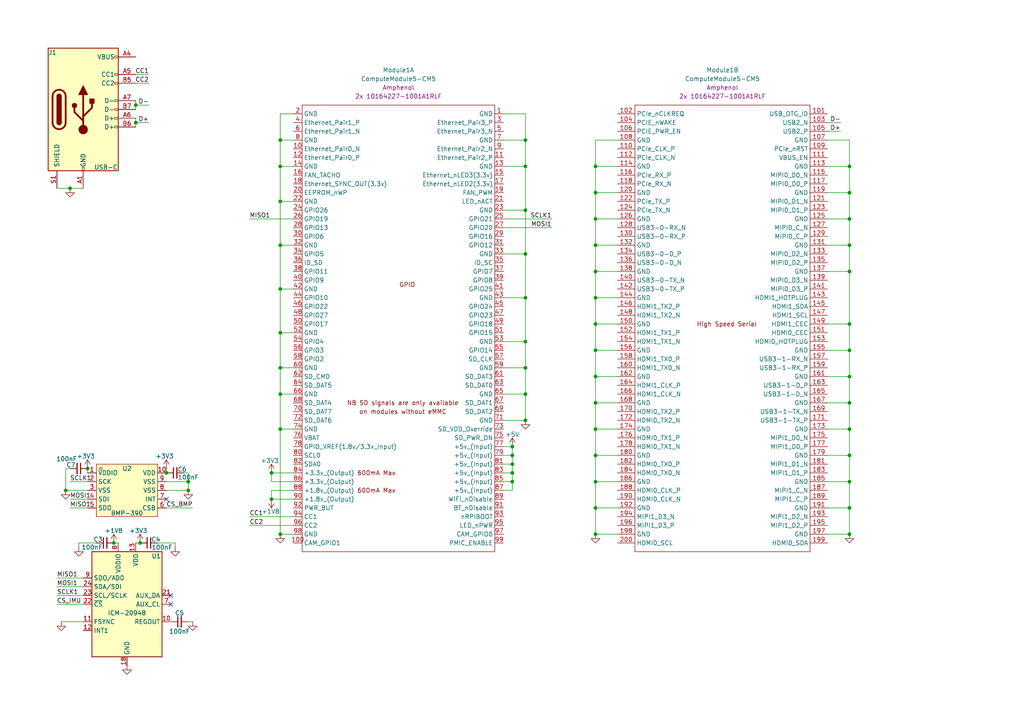
<source format=kicad_sch>
(kicad_sch (version 20250114) (generator "eeschema") (generator_version "9.0")
  (paper "A4")
  (title_block (title "VikramSat Avionics Board") (date "18 July 2025") (rev "v0.1") (company "Astralis"))
  (lib_symbols
    (symbol "Connector:USB_C_Receptacle_USB2.0_14P" (pin_names (offset 1.016))
      (property "Reference" "J" (at 0 22.225 0))
      (property "Value" "USB_C_Receptacle_USB2.0_14P" (at 0 19.685 0))
      (symbol "USB_C_Receptacle_USB2.0_14P_0_0"
        (rectangle (start -0.254 -17.78) (end 0.254 -16.764))
        (rectangle (start 10.16 15.494) (end 9.144 14.986))
        (rectangle (start 10.16 10.414) (end 9.144 9.906))
        (rectangle (start 10.16 7.874) (end 9.144 7.366))
        (rectangle (start 10.16 2.794) (end 9.144 2.286))
        (rectangle (start 10.16 0.254) (end 9.144 -0.254))
        (rectangle (start 10.16 -2.286) (end 9.144 -2.794))
        (rectangle (start 10.16 -4.826) (end 9.144 -5.334))
      )
      (symbol "USB_C_Receptacle_USB2.0_14P_0_1"
        (rectangle (start -10.16 17.78) (end 10.16 -17.78) (stroke (width 0.254)) (fill (type background)))
        (polyline (pts (xy -8.89 -3.81) (xy -8.89 3.81)) (stroke (width 0.508)))
        (rectangle (start -7.62 -3.81) (end -6.35 3.81) (stroke (width 0.254)) (fill (type outline)))
        (arc (start -7.62 3.81) (mid -6.985 4.4423) (end -6.35 3.81) (stroke (width 0.254)))
        (arc (start -7.62 3.81) (mid -6.985 4.4423) (end -6.35 3.81) (stroke (width 0.254)) (fill (type outline)))
        (arc (start -8.89 3.81) (mid -6.985 5.7067) (end -5.08 3.81) (stroke (width 0.508)))
        (arc (start -5.08 -3.81) (mid -6.985 -5.7067) (end -8.89 -3.81) (stroke (width 0.508)))
        (arc (start -6.35 -3.81) (mid -6.985 -4.4423) (end -7.62 -3.81) (stroke (width 0.254)))
        (arc (start -6.35 -3.81) (mid -6.985 -4.4423) (end -7.62 -3.81) (stroke (width 0.254)) (fill (type outline)))
        (polyline (pts (xy -5.08 3.81) (xy -5.08 -3.81)) (stroke (width 0.508)))
        (circle (center -2.54 1.143) (radius 0.635) (stroke (width 0.254)) (fill (type outline)))
        (polyline (pts (xy -1.27 4.318) (xy 0 6.858) (xy 1.27 4.318) (xy -1.27 4.318)) (stroke (width 0.254)) (fill (type outline)))
        (polyline (pts (xy 0 -2.032) (xy 2.54 0.508) (xy 2.54 1.778)) (stroke (width 0.508)))
        (polyline (pts (xy 0 -3.302) (xy -2.54 -0.762) (xy -2.54 0.508)) (stroke (width 0.508)))
        (polyline (pts (xy 0 -5.842) (xy 0 4.318)) (stroke (width 0.508)))
        (circle (center 0 -5.842) (radius 1.27) (fill (type outline)))
        (rectangle (start 1.905 1.778) (end 3.175 3.048) (stroke (width 0.254)) (fill (type outline)))
      )
      (symbol "USB_C_Receptacle_USB2.0_14P_1_1"
        (pin passive line (at -7.62 -22.86 90) (length 5.08) (name "SHIELD") (number "S1"))
        (pin passive line (at 0 -22.86 90) (length 5.08) (name "GND") (number "A1"))
        (pin passive line (at 0 -22.86 90) (length 5.08) (hide yes) (name "GND") (number "A12"))
        (pin passive line (at 0 -22.86 90) (length 5.08) (hide yes) (name "GND") (number "B1"))
        (pin passive line (at 0 -22.86 90) (length 5.08) (hide yes) (name "GND") (number "B12"))
        (pin passive line (at 15.24 15.24 180) (length 5.08) (name "VBUS") (number "A4"))
        (pin passive line (at 15.24 15.24 180) (length 5.08) (hide yes) (name "VBUS") (number "A9"))
        (pin passive line (at 15.24 15.24 180) (length 5.08) (hide yes) (name "VBUS") (number "B4"))
        (pin passive line (at 15.24 15.24 180) (length 5.08) (hide yes) (name "VBUS") (number "B9"))
        (pin bidirectional line (at 15.24 10.16 180) (length 5.08) (name "CC1") (number "A5"))
        (pin bidirectional line (at 15.24 7.62 180) (length 5.08) (name "CC2") (number "B5"))
        (pin bidirectional line (at 15.24 2.54 180) (length 5.08) (name "D-") (number "A7"))
        (pin bidirectional line (at 15.24 0 180) (length 5.08) (name "D-") (number "B7"))
        (pin bidirectional line (at 15.24 -2.54 180) (length 5.08) (name "D+") (number "A6"))
        (pin bidirectional line (at 15.24 -5.08 180) (length 5.08) (name "D+") (number "B6"))
      )
    )
    (symbol "Device:C_Small" (pin_numbers (hide yes)) (pin_names (offset 0.254) (hide yes))
      (property "Reference" "C" (at 0.254 1.778 0))
      (property "Value" "C_Small" (at 0.254 -2.032 0))
      (symbol "C_Small_0_1"
        (polyline (pts (xy -1.524 0.508) (xy 1.524 0.508)) (stroke (width 0.3048)))
        (polyline (pts (xy -1.524 -0.508) (xy 1.524 -0.508)) (stroke (width 0.3302)))
      )
      (symbol "C_Small_1_1"
        (pin passive line (at 0 2.54 270) (length 2.032) (name "~") (number "1"))
        (pin passive line (at 0 -2.54 90) (length 2.032) (name "~") (number "2"))
      )
    )
    (symbol "RPi-CM5:ComputeModule5-CM5"
      (property "Reference" "Module" (at 113.03 -68.58 0))
      (property "Value" "ComputeModule5-CM5" (at 140.97 2.54 0))
      (property "Field4" "Amphenol" (at 0 0 0))
      (property "Field5" "2x 10164227-1001A1RLF" (at 0 -2.54 0))
      (symbol "ComputeModule5-CM5_1_0"
        (text "GPIO" (at 0 6.35 0) (effects (font (size 1.27 1.27))))
      )
      (symbol "ComputeModule5-CM5_1_1"
        (rectangle (start -30.48 -71.12) (end 25.4 58.42))
        (text "600mA Max" (at -8.89 -48.26 0) (effects (font (size 1.27 1.27))))
        (text "600mA Max" (at -8.89 -53.34 0) (effects (font (size 1.27 1.27))))
        (text "NB SD signals are only available" (at -1.27 -27.94 0) (effects (font (size 1.27 1.27))))
        (text "on modules without eMMC" (at -1.27 -30.48 0) (effects (font (size 1.27 1.27))))
        (pin power_in line (at -33.02 55.88 0) (length 2.54) (name "GND") (number "2"))
        (pin passive line (at -33.02 53.34 0) (length 2.54) (name "Ethernet_Pair1_P") (number "4"))
        (pin passive line (at -33.02 50.8 0) (length 2.54) (name "Ethernet_Pair1_N") (number "6"))
        (pin power_in line (at -33.02 48.26 0) (length 2.54) (name "GND") (number "8"))
        (pin passive line (at -33.02 45.72 0) (length 2.54) (name "Ethernet_Pair0_N") (number "10"))
        (pin passive line (at -33.02 43.18 0) (length 2.54) (name "Ethernet_Pair0_P") (number "12"))
        (pin power_in line (at -33.02 40.64 0) (length 2.54) (name "GND") (number "14"))
        (pin input line (at -33.02 38.1 0) (length 2.54) (name "FAN_TACHO") (number "16"))
        (pin input line (at -33.02 35.56 0) (length 2.54) (name "Ethernet_SYNC_OUT(3.3v)") (number "18"))
        (pin passive line (at -33.02 33.02 0) (length 2.54) (name "EEPROM_nWP") (number "20"))
        (pin power_in line (at -33.02 30.48 0) (length 2.54) (name "GND") (number "22"))
        (pin passive line (at -33.02 27.94 0) (length 2.54) (name "GPIO26") (number "24"))
        (pin passive line (at -33.02 25.4 0) (length 2.54) (name "GPIO19") (number "26"))
        (pin passive line (at -33.02 22.86 0) (length 2.54) (name "GPIO13") (number "28"))
        (pin passive line (at -33.02 20.32 0) (length 2.54) (name "GPIO6") (number "30"))
        (pin power_in line (at -33.02 17.78 0) (length 2.54) (name "GND") (number "32"))
        (pin passive line (at -33.02 15.24 0) (length 2.54) (name "GPIO5") (number "34"))
        (pin passive line (at -33.02 12.7 0) (length 2.54) (name "ID_SD") (number "36"))
        (pin passive line (at -33.02 10.16 0) (length 2.54) (name "GPIO11") (number "38"))
        (pin passive line (at -33.02 7.62 0) (length 2.54) (name "GPIO9") (number "40"))
        (pin power_in line (at -33.02 5.08 0) (length 2.54) (name "GND") (number "42"))
        (pin passive line (at -33.02 2.54 0) (length 2.54) (name "GPIO10") (number "44"))
        (pin passive line (at -33.02 0 0) (length 2.54) (name "GPIO22") (number "46"))
        (pin passive line (at -33.02 -2.54 0) (length 2.54) (name "GPIO27") (number "48"))
        (pin passive line (at -33.02 -5.08 0) (length 2.54) (name "GPIO17") (number "50"))
        (pin power_in line (at -33.02 -7.62 0) (length 2.54) (name "GND") (number "52"))
        (pin passive line (at -33.02 -10.16 0) (length 2.54) (name "GPIO4") (number "54"))
        (pin passive line (at -33.02 -12.7 0) (length 2.54) (name "GPIO3") (number "56"))
        (pin passive line (at -33.02 -15.24 0) (length 2.54) (name "GPIO2") (number "58"))
        (pin power_in line (at -33.02 -17.78 0) (length 2.54) (name "GND") (number "60"))
        (pin passive line (at -33.02 -20.32 0) (length 2.54) (name "SD_CMD") (number "62"))
        (pin passive line (at -33.02 -22.86 0) (length 2.54) (name "SD_DAT5") (number "64"))
        (pin power_in line (at -33.02 -25.4 0) (length 2.54) (name "GND") (number "66"))
        (pin passive line (at -33.02 -27.94 0) (length 2.54) (name "SD_DAT4") (number "68"))
        (pin passive line (at -33.02 -30.48 0) (length 2.54) (name "SD_DAT7") (number "70"))
        (pin passive line (at -33.02 -33.02 0) (length 2.54) (name "SD_DAT6") (number "72"))
        (pin power_in line (at -33.02 -35.56 0) (length 2.54) (name "GND") (number "74"))
        (pin passive line (at -33.02 -38.1 0) (length 2.54) (name "VBAT") (number "76"))
        (pin power_in line (at -33.02 -40.64 0) (length 2.54) (name "GPIO_VREF(1.8v/3.3v_Input)") (number "78"))
        (pin passive line (at -33.02 -43.18 0) (length 2.54) (name "SCL0") (number "80"))
        (pin passive line (at -33.02 -45.72 0) (length 2.54) (name "SDA0") (number "82"))
        (pin power_out line (at -33.02 -48.26 0) (length 2.54) (name "+3.3v_(Output)") (number "84"))
        (pin passive line (at -33.02 -50.8 0) (length 2.54) (name "+3.3v_(Output)") (number "86"))
        (pin power_out line (at -33.02 -53.34 0) (length 2.54) (name "+1.8v_(Output)") (number "88"))
        (pin passive line (at -33.02 -55.88 0) (length 2.54) (name "+1.8v_(Output)") (number "90"))
        (pin passive line (at -33.02 -58.42 0) (length 2.54) (name "PWR_BUT") (number "92"))
        (pin passive line (at -33.02 -60.96 0) (length 2.54) (name "CC1") (number "94"))
        (pin passive line (at -33.02 -63.5 0) (length 2.54) (name "CC2") (number "96"))
        (pin power_in line (at -33.02 -66.04 0) (length 2.54) (name "GND") (number "98"))
        (pin passive line (at -33.02 -68.58 0) (length 2.54) (name "CAM_GPIO1") (number "100"))
        (pin power_in line (at 27.94 55.88 180) (length 2.54) (name "GND") (number "1"))
        (pin passive line (at 27.94 53.34 180) (length 2.54) (name "Ethernet_Pair3_P") (number "3"))
        (pin passive line (at 27.94 50.8 180) (length 2.54) (name "Ethernet_Pair3_N") (number "5"))
        (pin power_in line (at 27.94 48.26 180) (length 2.54) (name "GND") (number "7"))
        (pin passive line (at 27.94 45.72 180) (length 2.54) (name "Ethernet_Pair2_N") (number "9"))
        (pin passive line (at 27.94 43.18 180) (length 2.54) (name "Ethernet_Pair2_P") (number "11"))
        (pin power_in line (at 27.94 40.64 180) (length 2.54) (name "GND") (number "13"))
        (pin output line (at 27.94 38.1 180) (length 2.54) (name "Ethernet_nLED3(3.3v)") (number "15"))
        (pin output line (at 27.94 35.56 180) (length 2.54) (name "Ethernet_nLED2(3.3v)") (number "17"))
        (pin output line (at 27.94 33.02 180) (length 2.54) (name "FAN_PWM") (number "19"))
        (pin open_collector line (at 27.94 30.48 180) (length 2.54) (name "LED_nACT") (number "21"))
        (pin power_in line (at 27.94 27.94 180) (length 2.54) (name "GND") (number "23"))
        (pin passive line (at 27.94 25.4 180) (length 2.54) (name "GPIO21") (number "25"))
        (pin passive line (at 27.94 22.86 180) (length 2.54) (name "GPIO20") (number "27"))
        (pin passive line (at 27.94 20.32 180) (length 2.54) (name "GPIO16") (number "29"))
        (pin passive line (at 27.94 17.78 180) (length 2.54) (name "GPIO12") (number "31"))
        (pin power_in line (at 27.94 15.24 180) (length 2.54) (name "GND") (number "33"))
        (pin passive line (at 27.94 12.7 180) (length 2.54) (name "ID_SC") (number "35"))
        (pin passive line (at 27.94 10.16 180) (length 2.54) (name "GPIO7") (number "37"))
        (pin passive line (at 27.94 7.62 180) (length 2.54) (name "GPIO8") (number "39"))
        (pin passive line (at 27.94 5.08 180) (length 2.54) (name "GPIO25") (number "41"))
        (pin power_in line (at 27.94 2.54 180) (length 2.54) (name "GND") (number "43"))
        (pin passive line (at 27.94 0 180) (length 2.54) (name "GPIO24") (number "45"))
        (pin passive line (at 27.94 -2.54 180) (length 2.54) (name "GPIO23") (number "47"))
        (pin passive line (at 27.94 -5.08 180) (length 2.54) (name "GPIO18") (number "49"))
        (pin passive line (at 27.94 -7.62 180) (length 2.54) (name "GPIO15") (number "51"))
        (pin power_in line (at 27.94 -10.16 180) (length 2.54) (name "GND") (number "53"))
        (pin passive line (at 27.94 -12.7 180) (length 2.54) (name "GPIO14") (number "55"))
        (pin passive line (at 27.94 -15.24 180) (length 2.54) (name "SD_CLK") (number "57"))
        (pin power_in line (at 27.94 -17.78 180) (length 2.54) (name "GND") (number "59"))
        (pin passive line (at 27.94 -20.32 180) (length 2.54) (name "SD_DAT3") (number "61"))
        (pin passive line (at 27.94 -22.86 180) (length 2.54) (name "SD_DAT0") (number "63"))
        (pin power_in line (at 27.94 -25.4 180) (length 2.54) (name "GND") (number "65"))
        (pin passive line (at 27.94 -27.94 180) (length 2.54) (name "SD_DAT1") (number "67"))
        (pin passive line (at 27.94 -30.48 180) (length 2.54) (name "SD_DAT2") (number "69"))
        (pin power_in line (at 27.94 -33.02 180) (length 2.54) (name "GND") (number "71"))
        (pin input line (at 27.94 -35.56 180) (length 2.54) (name "SD_VDD_Override") (number "73"))
        (pin output line (at 27.94 -38.1 180) (length 2.54) (name "SD_PWR_ON") (number "75"))
        (pin power_in line (at 27.94 -40.64 180) (length 2.54) (name "+5v_(Input)") (number "77"))
        (pin power_in line (at 27.94 -43.18 180) (length 2.54) (name "+5v_(Input)") (number "79"))
        (pin power_in line (at 27.94 -45.72 180) (length 2.54) (name "+5v_(Input)") (number "81"))
        (pin power_in line (at 27.94 -48.26 180) (length 2.54) (name "+5v_(Input)") (number "83"))
        (pin power_in line (at 27.94 -50.8 180) (length 2.54) (name "+5v_(Input)") (number "85"))
        (pin power_in line (at 27.94 -53.34 180) (length 2.54) (name "+5v_(Input)") (number "87"))
        (pin input line (at 27.94 -55.88 180) (length 2.54) (name "WiFi_nDisable") (number "89"))
        (pin input line (at 27.94 -58.42 180) (length 2.54) (name "BT_nDisable") (number "91"))
        (pin input line (at 27.94 -60.96 180) (length 2.54) (name "nRPIBOOT") (number "93"))
        (pin output line (at 27.94 -63.5 180) (length 2.54) (name "LED_nPWR") (number "95"))
        (pin passive line (at 27.94 -66.04 180) (length 2.54) (name "CAM_GPIO0") (number "97"))
        (pin input line (at 27.94 -68.58 180) (length 2.54) (name "PMIC_ENABLE") (number "99"))
      )
      (symbol "ComputeModule5-CM5_2_1"
        (rectangle (start 114.3 -66.04) (end 165.1 63.5))
        (text "High Speed Serial" (at 140.97 0 0) (effects (font (size 1.27 1.27))))
        (pin input line (at 109.22 60.96 0) (length 5.08) (name "PCIe_nCLKREQ") (number "102"))
        (pin input line (at 109.22 58.42 0) (length 5.08) (name "PCIE_nWAKE") (number "104"))
        (pin output line (at 109.22 55.88 0) (length 5.08) (name "PCIE_PWR_EN") (number "106"))
        (pin power_in line (at 109.22 53.34 0) (length 5.08) (name "GND") (number "108"))
        (pin output line (at 109.22 50.8 0) (length 5.08) (name "PCIe_CLK_P") (number "110"))
        (pin output line (at 109.22 48.26 0) (length 5.08) (name "PCIe_CLK_N") (number "112"))
        (pin power_in line (at 109.22 45.72 0) (length 5.08) (name "GND") (number "114"))
        (pin input line (at 109.22 43.18 0) (length 5.08) (name "PCIe_RX_P") (number "116"))
        (pin input line (at 109.22 40.64 0) (length 5.08) (name "PCIe_RX_N") (number "118"))
        (pin power_in line (at 109.22 38.1 0) (length 5.08) (name "GND") (number "120"))
        (pin output line (at 109.22 35.56 0) (length 5.08) (name "PCIe_TX_P") (number "122"))
        (pin output line (at 109.22 33.02 0) (length 5.08) (name "PCIe_TX_N") (number "124"))
        (pin power_in line (at 109.22 30.48 0) (length 5.08) (name "GND") (number "126"))
        (pin input line (at 109.22 27.94 0) (length 5.08) (name "USB3-0-RX_N") (number "128"))
        (pin input line (at 109.22 25.4 0) (length 5.08) (name "USB3-0-RX_P") (number "130"))
        (pin power_in line (at 109.22 22.86 0) (length 5.08) (name "GND") (number "132"))
        (pin passive line (at 109.22 20.32 0) (length 5.08) (name "USB3-0-D_P") (number "134"))
        (pin passive line (at 109.22 17.78 0) (length 5.08) (name "USB3-0-D_N") (number "136"))
        (pin power_in line (at 109.22 15.24 0) (length 5.08) (name "GND") (number "138"))
        (pin output line (at 109.22 12.7 0) (length 5.08) (name "USB3-0-TX_N") (number "140"))
        (pin output line (at 109.22 10.16 0) (length 5.08) (name "USB3-0-TX_P") (number "142"))
        (pin power_in line (at 109.22 7.62 0) (length 5.08) (name "GND") (number "144"))
        (pin output line (at 109.22 5.08 0) (length 5.08) (name "HDMI1_TX2_P") (number "146"))
        (pin output line (at 109.22 2.54 0) (length 5.08) (name "HDMI1_TX2_N") (number "148"))
        (pin power_in line (at 109.22 0 0) (length 5.08) (name "GND") (number "150"))
        (pin output line (at 109.22 -2.54 0) (length 5.08) (name "HDMI1_TX1_P") (number "152"))
        (pin output line (at 109.22 -5.08 0) (length 5.08) (name "HDMI1_TX1_N") (number "154"))
        (pin power_in line (at 109.22 -7.62 0) (length 5.08) (name "GND") (number "156"))
        (pin output line (at 109.22 -10.16 0) (length 5.08) (name "HDMI1_TX0_P") (number "158"))
        (pin output line (at 109.22 -12.7 0) (length 5.08) (name "HDMI1_TX0_N") (number "160"))
        (pin power_in line (at 109.22 -15.24 0) (length 5.08) (name "GND") (number "162"))
        (pin output line (at 109.22 -17.78 0) (length 5.08) (name "HDMI1_CLK_P") (number "164"))
        (pin output line (at 109.22 -20.32 0) (length 5.08) (name "HDMI1_CLK_N") (number "166"))
        (pin power_in line (at 109.22 -22.86 0) (length 5.08) (name "GND") (number "168"))
        (pin output line (at 109.22 -25.4 0) (length 5.08) (name "HDMI0_TX2_P") (number "170"))
        (pin output line (at 109.22 -27.94 0) (length 5.08) (name "HDMI0_TX2_N") (number "172"))
        (pin power_in line (at 109.22 -30.48 0) (length 5.08) (name "GND") (number "174"))
        (pin output line (at 109.22 -33.02 0) (length 5.08) (name "HDMI0_TX1_P") (number "176"))
        (pin output line (at 109.22 -35.56 0) (length 5.08) (name "HDMI0_TX1_N") (number "178"))
        (pin power_in line (at 109.22 -38.1 0) (length 5.08) (name "GND") (number "180"))
        (pin output line (at 109.22 -40.64 0) (length 5.08) (name "HDMI0_TX0_P") (number "182"))
        (pin output line (at 109.22 -43.18 0) (length 5.08) (name "HDMI0_TX0_N") (number "184"))
        (pin power_in line (at 109.22 -45.72 0) (length 5.08) (name "GND") (number "186"))
        (pin output line (at 109.22 -48.26 0) (length 5.08) (name "HDMI0_CLK_P") (number "188"))
        (pin output line (at 109.22 -50.8 0) (length 5.08) (name "HDMI0_CLK_N") (number "190"))
        (pin power_in line (at 109.22 -53.34 0) (length 5.08) (name "GND") (number "192"))
        (pin output line (at 109.22 -55.88 0) (length 5.08) (name "MIPI1_D3_N") (number "194"))
        (pin output line (at 109.22 -58.42 0) (length 5.08) (name "MIPI1_D3_P") (number "196"))
        (pin power_in line (at 109.22 -60.96 0) (length 5.08) (name "GND") (number "198"))
        (pin open_collector line (at 109.22 -63.5 0) (length 5.08) (name "HDMI0_SCL") (number "200"))
        (pin input line (at 170.18 60.96 180) (length 5.08) (name "USB_OTG_ID") (number "101"))
        (pin passive line (at 170.18 58.42 180) (length 5.08) (name "USB2_N") (number "103"))
        (pin passive line (at 170.18 55.88 180) (length 5.08) (name "USB2_P") (number "105"))
        (pin power_in line (at 170.18 53.34 180) (length 5.08) (name "GND") (number "107"))
        (pin output line (at 170.18 50.8 180) (length 5.08) (name "PCIe_nRST") (number "109"))
        (pin output line (at 170.18 48.26 180) (length 5.08) (name "VBUS_EN") (number "111"))
        (pin power_in line (at 170.18 45.72 180) (length 5.08) (name "GND") (number "113"))
        (pin input line (at 170.18 43.18 180) (length 5.08) (name "MIPI0_D0_N") (number "115"))
        (pin input line (at 170.18 40.64 180) (length 5.08) (name "MIPI0_D0_P") (number "117"))
        (pin power_in line (at 170.18 38.1 180) (length 5.08) (name "GND") (number "119"))
        (pin input line (at 170.18 35.56 180) (length 5.08) (name "MIPI0_D1_N") (number "121"))
        (pin input line (at 170.18 33.02 180) (length 5.08) (name "MIPI0_D1_P") (number "123"))
        (pin power_in line (at 170.18 30.48 180) (length 5.08) (name "GND") (number "125"))
        (pin input line (at 170.18 27.94 180) (length 5.08) (name "MIPI0_C_N") (number "127"))
        (pin input line (at 170.18 25.4 180) (length 5.08) (name "MIPI0_C_P") (number "129"))
        (pin power_in line (at 170.18 22.86 180) (length 5.08) (name "GND") (number "131"))
        (pin input line (at 170.18 20.32 180) (length 5.08) (name "MIPI0_D2_N") (number "133"))
        (pin input line (at 170.18 17.78 180) (length 5.08) (name "MIPI0_D2_P") (number "135"))
        (pin power_in line (at 170.18 15.24 180) (length 5.08) (name "GND") (number "137"))
        (pin input line (at 170.18 12.7 180) (length 5.08) (name "MIPI0_D3_N") (number "139"))
        (pin input line (at 170.18 10.16 180) (length 5.08) (name "MIPI0_D3_P") (number "141"))
        (pin input line (at 170.18 7.62 180) (length 5.08) (name "HDMI1_HOTPLUG") (number "143"))
        (pin bidirectional line (at 170.18 5.08 180) (length 5.08) (name "HDMI1_SDA") (number "145"))
        (pin open_collector line (at 170.18 2.54 180) (length 5.08) (name "HDMI1_SCL") (number "147"))
        (pin open_collector line (at 170.18 0 180) (length 5.08) (name "HDMI1_CEC") (number "149"))
        (pin open_collector line (at 170.18 -2.54 180) (length 5.08) (name "HDMI0_CEC") (number "151"))
        (pin input line (at 170.18 -5.08 180) (length 5.08) (name "HDMI0_HOTPLUG") (number "153"))
        (pin power_in line (at 170.18 -7.62 180) (length 5.08) (name "GND") (number "155"))
        (pin input line (at 170.18 -10.16 180) (length 5.08) (name "USB3-1-RX_N") (number "157"))
        (pin input line (at 170.18 -12.7 180) (length 5.08) (name "USB3-1-RX_P") (number "159"))
        (pin power_in line (at 170.18 -15.24 180) (length 5.08) (name "GND") (number "161"))
        (pin passive line (at 170.18 -17.78 180) (length 5.08) (name "USB3-1-D_P") (number "163"))
        (pin passive line (at 170.18 -20.32 180) (length 5.08) (name "USB3-1-D_N") (number "165"))
        (pin power_in line (at 170.18 -22.86 180) (length 5.08) (name "GND") (number "167"))
        (pin output line (at 170.18 -25.4 180) (length 5.08) (name "USB3-1-TX_N") (number "169"))
        (pin output line (at 170.18 -27.94 180) (length 5.08) (name "USB3-1-TX_P") (number "171"))
        (pin power_in line (at 170.18 -30.48 180) (length 5.08) (name "GND") (number "173"))
        (pin output line (at 170.18 -33.02 180) (length 5.08) (name "MIPI1_D0_N") (number "175"))
        (pin output line (at 170.18 -35.56 180) (length 5.08) (name "MIPI1_D0_P") (number "177"))
        (pin power_in line (at 170.18 -38.1 180) (length 5.08) (name "GND") (number "179"))
        (pin output line (at 170.18 -40.64 180) (length 5.08) (name "MIPI1_D1_N") (number "181"))
        (pin output line (at 170.18 -43.18 180) (length 5.08) (name "MIPI1_D1_P") (number "183"))
        (pin power_in line (at 170.18 -45.72 180) (length 5.08) (name "GND") (number "185"))
        (pin output line (at 170.18 -48.26 180) (length 5.08) (name "MIPI1_C_N") (number "187"))
        (pin output line (at 170.18 -50.8 180) (length 5.08) (name "MIPI1_C_P") (number "189"))
        (pin power_in line (at 170.18 -53.34 180) (length 5.08) (name "GND") (number "191"))
        (pin output line (at 170.18 -55.88 180) (length 5.08) (name "MIPI1_D2_N") (number "193"))
        (pin output line (at 170.18 -58.42 180) (length 5.08) (name "MIPI1_D2_P") (number "195"))
        (pin power_in line (at 170.18 -60.96 180) (length 5.08) (name "GND") (number "197"))
        (pin bidirectional line (at 170.18 -63.5 180) (length 5.08) (name "HDMI0_SDA") (number "199"))
      )
    )
    (symbol "Sensor_Motion:ICM-20948"
      (property "Reference" "U" (at -11.43 16.51 0))
      (property "Value" "ICM-20948" (at 7.62 -16.51 0))
      (symbol "ICM-20948_0_1"
        (rectangle (start -10.16 15.24) (end 10.16 -15.24) (stroke (width 0.254)) (fill (type background)))
      )
      (symbol "ICM-20948_1_1"
        (pin bidirectional line (at -12.7 7.62 0) (length 2.54) (name "SDO/AD0") (number "9"))
        (pin bidirectional line (at -12.7 5.08 0) (length 2.54) (name "SDA/SDI") (number "24"))
        (pin input line (at -12.7 2.54 0) (length 2.54) (name "SCL/SCLK") (number "23"))
        (pin input line (at -12.7 0 0) (length 2.54) (name "~{CS}") (number "22"))
        (pin input line (at -12.7 -5.08 0) (length 2.54) (name "FSYNC") (number "11"))
        (pin output line (at -12.7 -7.62 0) (length 2.54) (name "INT1") (number "12"))
        (pin no_connect line (at -10.16 12.7 0) (length 2.54) (hide yes) (name "NC") (number "1"))
        (pin no_connect line (at -10.16 10.16 0) (length 2.54) (hide yes) (name "NC") (number "2"))
        (pin no_connect line (at -10.16 -2.54 0) (length 2.54) (hide yes) (name "NC") (number "3"))
        (pin no_connect line (at -10.16 -10.16 0) (length 2.54) (hide yes) (name "NC") (number "4"))
        (pin no_connect line (at -10.16 -12.7 0) (length 2.54) (hide yes) (name "NC") (number "5"))
        (pin power_in line (at -2.54 17.78 270) (length 2.54) (name "VDDIO") (number "8"))
        (pin power_in line (at 0 -17.78 90) (length 2.54) (name "GND") (number "18"))
        (pin passive line (at 0 -17.78 90) (length 2.54) (hide yes) (name "GND") (number "20"))
        (pin power_in line (at 2.54 17.78 270) (length 2.54) (name "VDD") (number "13"))
        (pin no_connect line (at 10.16 10.16 180) (length 2.54) (hide yes) (name "NC") (number "6"))
        (pin no_connect line (at 10.16 7.62 180) (length 2.54) (hide yes) (name "NC") (number "14"))
        (pin no_connect line (at 10.16 5.08 180) (length 2.54) (hide yes) (name "NC") (number "15"))
        (pin no_connect line (at 10.16 -7.62 180) (length 2.54) (hide yes) (name "NC") (number "16"))
        (pin no_connect line (at 10.16 -10.16 180) (length 2.54) (hide yes) (name "NC") (number "17"))
        (pin no_connect line (at 10.16 -12.7 180) (length 2.54) (hide yes) (name "RESV") (number "19"))
        (pin bidirectional line (at 12.7 2.54 180) (length 2.54) (name "AUX_DA") (number "21"))
        (pin output line (at 12.7 0 180) (length 2.54) (name "AUX_CL") (number "7"))
        (pin passive line (at 12.7 -5.08 180) (length 2.54) (name "REGOUT") (number "10"))
      )
    )
    (symbol "easyeda2kicad:BMP390_C5124834"
      (property "Reference" "U" (at 0 10.16 0))
      (property "Value" "BMP390_C5124834" (at 0 -10.16 0))
      (symbol "BMP390_C5124834_0_1"
        (rectangle (start -8.89 7.62) (end 8.89 -7.62) (fill (type background)))
        (circle (center -7.62 6.35) (radius 0.38))
        (pin unspecified line (at -11.43 5.08 0) (length 2.54) (name "VDDIO") (number "1"))
        (pin unspecified line (at -11.43 2.54 0) (length 2.54) (name "SCK") (number "2"))
        (pin unspecified line (at -11.43 0 0) (length 2.54) (name "VSS") (number "3"))
        (pin unspecified line (at -11.43 -2.54 0) (length 2.54) (name "SDI") (number "4"))
        (pin unspecified line (at -11.43 -5.08 0) (length 2.54) (name "SDO") (number "5"))
        (pin unspecified line (at 11.43 5.08 180) (length 2.54) (name "VDD") (number "10"))
        (pin unspecified line (at 11.43 2.54 180) (length 2.54) (name "VSS") (number "9"))
        (pin unspecified line (at 11.43 0 180) (length 2.54) (name "VSS") (number "8"))
        (pin unspecified line (at 11.43 -2.54 180) (length 2.54) (name "INT") (number "7"))
        (pin unspecified line (at 11.43 -5.08 180) (length 2.54) (name "CSB") (number "6"))
      )
    )
    (symbol "power:+3V3" (power) (pin_numbers (hide yes)) (pin_names (offset 0) (hide yes))
      (property "Value" "+3V3" (at 0 3.556 0))
      (symbol "+3V3_0_1"
        (polyline (pts (xy -0.762 1.27) (xy 0 2.54)))
        (polyline (pts (xy 0 2.54) (xy 0.762 1.27)))
        (polyline (pts (xy 0 0) (xy 0 2.54)))
      )
      (symbol "+3V3_1_1"
        (pin power_in line (at 0 0 90) (length 0) (name "~") (number "1"))
      )
    )
    (symbol "power:+5V" (power) (pin_numbers (hide yes)) (pin_names (offset 0) (hide yes))
      (property "Value" "+5V" (at 0 3.556 0))
      (symbol "+5V_0_1"
        (polyline (pts (xy -0.762 1.27) (xy 0 2.54)))
        (polyline (pts (xy 0 2.54) (xy 0.762 1.27)))
        (polyline (pts (xy 0 0) (xy 0 2.54)))
      )
      (symbol "+5V_1_1"
        (pin power_in line (at 0 0 90) (length 0) (name "~") (number "1"))
      )
    )
    (symbol "power:GND" (power) (pin_numbers (hide yes)) (pin_names (offset 0) (hide yes))
      (property "Value" "GND" (at 0 -3.81 0))
      (symbol "GND_0_1"
        (polyline (pts (xy 0 0) (xy 0 -1.27) (xy 1.27 -1.27) (xy 0 -2.54) (xy -1.27 -1.27) (xy 0 -1.27)))
      )
      (symbol "GND_1_1"
        (pin power_in line (at 0 0 270) (length 0) (name "~") (number "1"))
      )
    )
  )
  (junction (at 81.28 106.68))
  (junction (at 19.05 142.24))
  (junction (at 81.28 114.3))
  (junction (at 246.38 48.26))
  (junction (at 172.72 63.5))
  (junction (at 81.28 58.42))
  (junction (at 148.59 134.62))
  (junction (at 246.38 124.46))
  (junction (at 152.4 106.68))
  (junction (at 152.4 121.92))
  (junction (at 54.61 139.7))
  (junction (at 246.38 116.84))
  (junction (at 172.72 139.7))
  (junction (at 152.4 60.96))
  (junction (at 152.4 48.26))
  (junction (at 39.37 35.56))
  (junction (at 172.72 78.74))
  (junction (at 246.38 71.12))
  (junction (at 246.38 63.5))
  (junction (at 246.38 93.98))
  (junction (at 172.72 109.22))
  (junction (at 152.4 114.3))
  (junction (at 152.4 40.64))
  (junction (at 246.38 139.7))
  (junction (at 172.72 48.26))
  (junction (at 246.38 147.32))
  (junction (at 81.28 40.64))
  (junction (at 25.4 135.89))
  (junction (at 148.59 137.16))
  (junction (at 172.72 154.94))
  (junction (at 81.28 124.46))
  (junction (at 48.26 137.16))
  (junction (at 78.74 137.16))
  (junction (at 172.72 55.88))
  (junction (at 246.38 101.6))
  (junction (at 81.28 48.26))
  (junction (at 81.28 154.94))
  (junction (at 33.02 157.48))
  (junction (at 246.38 55.88))
  (junction (at 81.28 83.82))
  (junction (at 39.37 30.48))
  (junction (at 172.72 86.36))
  (junction (at 78.74 144.78))
  (junction (at 152.4 99.06))
  (junction (at 172.72 101.6))
  (junction (at 172.72 116.84))
  (junction (at 152.4 86.36))
  (junction (at 152.4 73.66))
  (junction (at 81.28 96.52))
  (junction (at 81.28 71.12))
  (junction (at 148.59 139.7))
  (junction (at 172.72 93.98))
  (junction (at 246.38 109.22))
  (junction (at 172.72 71.12))
  (junction (at 148.59 129.54))
  (junction (at 172.72 147.32))
  (junction (at 246.38 154.94))
  (junction (at 172.72 124.46))
  (junction (at 172.72 132.08))
  (junction (at 148.59 132.08))
  (junction (at 246.38 78.74))
  (junction (at 20.32 54.61))
  (junction (at 246.38 132.08))
  (junction (at 54.61 142.24))
  (junction (at 40.64 157.48))
  (no_connect (at 48.26 144.78))
  (no_connect (at 49.53 175.26))
  (no_connect (at 49.53 172.72))
  (wire (pts (xy 20.32 139.7) (xy 25.4 139.7)))
  (wire (pts (xy 19.05 142.24) (xy 19.05 135.89)))
  (wire (pts (xy 72.39 63.5) (xy 85.09 63.5)))
  (wire (pts (xy 81.28 40.64) (xy 85.09 40.64)))
  (wire (pts (xy 81.28 58.42) (xy 81.28 71.12)))
  (wire (pts (xy 246.38 93.98) (xy 246.38 101.6)))
  (wire (pts (xy 39.37 30.48) (xy 39.37 31.75)))
  (wire (pts (xy 146.05 73.66) (xy 152.4 73.66)))
  (wire (pts (xy 19.05 135.89) (xy 20.32 135.89)))
  (wire (pts (xy 246.38 139.7) (xy 246.38 147.32)))
  (wire (pts (xy 81.28 33.02) (xy 85.09 33.02)))
  (wire (pts (xy 39.37 35.56) (xy 43.18 35.56)))
  (wire (pts (xy 146.05 63.5) (xy 160.02 63.5)))
  (wire (pts (xy 172.72 63.5) (xy 172.72 71.12)))
  (wire (pts (xy 81.28 96.52) (xy 85.09 96.52)))
  (wire (pts (xy 172.72 154.94) (xy 179.07 154.94)))
  (wire (pts (xy 152.4 106.68) (xy 152.4 114.3)))
  (wire (pts (xy 146.05 40.64) (xy 152.4 40.64)))
  (wire (pts (xy 81.28 83.82) (xy 81.28 96.52)))
  (wire (pts (xy 39.37 30.48) (xy 43.18 30.48)))
  (wire (pts (xy 146.05 137.16) (xy 148.59 137.16)))
  (wire (pts (xy 146.05 106.68) (xy 152.4 106.68)))
  (wire (pts (xy 152.4 86.36) (xy 152.4 99.06)))
  (wire (pts (xy 78.74 142.24) (xy 78.74 144.78)))
  (wire (pts (xy 172.72 116.84) (xy 172.72 124.46)))
  (wire (pts (xy 20.32 147.32) (xy 25.4 147.32)))
  (wire (pts (xy 16.51 170.18) (xy 24.13 170.18)))
  (wire (pts (xy 16.51 54.61) (xy 20.32 54.61)))
  (wire (pts (xy 172.72 86.36) (xy 179.07 86.36)))
  (wire (pts (xy 246.38 147.32) (xy 240.03 147.32)))
  (wire (pts (xy 240.03 40.64) (xy 246.38 40.64)))
  (wire (pts (xy 240.03 93.98) (xy 246.38 93.98)))
  (wire (pts (xy 81.28 106.68) (xy 81.28 114.3)))
  (wire (pts (xy 81.28 124.46) (xy 81.28 154.94)))
  (wire (pts (xy 85.09 154.94) (xy 81.28 154.94)))
  (wire (pts (xy 54.61 137.16) (xy 53.34 137.16)))
  (wire (pts (xy 146.05 86.36) (xy 152.4 86.36)))
  (wire (pts (xy 172.72 78.74) (xy 172.72 86.36)))
  (wire (pts (xy 81.28 58.42) (xy 85.09 58.42)))
  (wire (pts (xy 146.05 132.08) (xy 148.59 132.08)))
  (wire (pts (xy 172.72 40.64) (xy 172.72 48.26)))
  (wire (pts (xy 25.4 135.89) (xy 25.4 137.16)))
  (wire (pts (xy 246.38 101.6) (xy 246.38 109.22)))
  (wire (pts (xy 152.4 48.26) (xy 152.4 60.96)))
  (wire (pts (xy 172.72 40.64) (xy 179.07 40.64)))
  (wire (pts (xy 172.72 86.36) (xy 172.72 93.98)))
  (wire (pts (xy 172.72 48.26) (xy 179.07 48.26)))
  (wire (pts (xy 240.03 63.5) (xy 246.38 63.5)))
  (wire (pts (xy 39.37 24.13) (xy 43.18 24.13)))
  (wire (pts (xy 172.72 71.12) (xy 179.07 71.12)))
  (wire (pts (xy 81.28 48.26) (xy 85.09 48.26)))
  (wire (pts (xy 72.39 152.4) (xy 85.09 152.4)))
  (wire (pts (xy 246.38 71.12) (xy 246.38 78.74)))
  (wire (pts (xy 172.72 101.6) (xy 172.72 109.22)))
  (wire (pts (xy 240.03 55.88) (xy 246.38 55.88)))
  (wire (pts (xy 54.61 139.7) (xy 54.61 137.16)))
  (wire (pts (xy 240.03 116.84) (xy 246.38 116.84)))
  (wire (pts (xy 246.38 55.88) (xy 246.38 63.5)))
  (wire (pts (xy 240.03 154.94) (xy 246.38 154.94)))
  (wire (pts (xy 78.74 139.7) (xy 85.09 139.7)))
  (wire (pts (xy 240.03 35.56) (xy 243.84 35.56)))
  (wire (pts (xy 16.51 167.64) (xy 24.13 167.64)))
  (wire (pts (xy 39.37 29.21) (xy 39.37 30.48)))
  (wire (pts (xy 246.38 63.5) (xy 246.38 71.12)))
  (wire (pts (xy 78.74 137.16) (xy 78.74 139.7)))
  (wire (pts (xy 146.05 48.26) (xy 152.4 48.26)))
  (wire (pts (xy 85.09 142.24) (xy 78.74 142.24)))
  (wire (pts (xy 172.72 93.98) (xy 172.72 101.6)))
  (wire (pts (xy 19.05 142.24) (xy 25.4 142.24)))
  (wire (pts (xy 246.38 78.74) (xy 246.38 93.98)))
  (wire (pts (xy 81.28 83.82) (xy 85.09 83.82)))
  (wire (pts (xy 146.05 142.24) (xy 148.59 142.24)))
  (wire (pts (xy 240.03 48.26) (xy 246.38 48.26)))
  (wire (pts (xy 172.72 71.12) (xy 172.72 78.74)))
  (wire (pts (xy 152.4 40.64) (xy 152.4 48.26)))
  (wire (pts (xy 172.72 101.6) (xy 179.07 101.6)))
  (wire (pts (xy 50.8 158.75) (xy 50.8 157.48)))
  (wire (pts (xy 17.78 180.34) (xy 24.13 180.34)))
  (wire (pts (xy 240.03 109.22) (xy 246.38 109.22)))
  (wire (pts (xy 81.28 71.12) (xy 81.28 83.82)))
  (wire (pts (xy 72.39 149.86) (xy 85.09 149.86)))
  (wire (pts (xy 152.4 99.06) (xy 152.4 106.68)))
  (wire (pts (xy 240.03 78.74) (xy 246.38 78.74)))
  (wire (pts (xy 146.05 134.62) (xy 148.59 134.62)))
  (wire (pts (xy 39.37 35.56) (xy 39.37 36.83)))
  (wire (pts (xy 81.28 33.02) (xy 81.28 40.64)))
  (wire (pts (xy 146.05 139.7) (xy 148.59 139.7)))
  (wire (pts (xy 81.28 96.52) (xy 81.28 106.68)))
  (wire (pts (xy 39.37 21.59) (xy 43.18 21.59)))
  (wire (pts (xy 246.38 109.22) (xy 246.38 116.84)))
  (wire (pts (xy 81.28 40.64) (xy 81.28 48.26)))
  (wire (pts (xy 179.07 132.08) (xy 172.72 132.08)))
  (wire (pts (xy 172.72 132.08) (xy 172.72 139.7)))
  (wire (pts (xy 48.26 142.24) (xy 54.61 142.24)))
  (wire (pts (xy 54.61 142.24) (xy 54.61 139.7)))
  (wire (pts (xy 146.05 129.54) (xy 148.59 129.54)))
  (wire (pts (xy 81.28 114.3) (xy 81.28 124.46)))
  (wire (pts (xy 81.28 48.26) (xy 81.28 58.42)))
  (wire (pts (xy 48.26 135.89) (xy 48.26 137.16)))
  (wire (pts (xy 22.86 157.48) (xy 27.94 157.48)))
  (wire (pts (xy 172.72 147.32) (xy 179.07 147.32)))
  (wire (pts (xy 246.38 48.26) (xy 246.38 55.88)))
  (wire (pts (xy 172.72 78.74) (xy 179.07 78.74)))
  (wire (pts (xy 240.03 38.1) (xy 243.84 38.1)))
  (wire (pts (xy 148.59 137.16) (xy 148.59 134.62)))
  (wire (pts (xy 146.05 33.02) (xy 152.4 33.02)))
  (wire (pts (xy 152.4 33.02) (xy 152.4 40.64)))
  (wire (pts (xy 152.4 73.66) (xy 152.4 86.36)))
  (wire (pts (xy 148.59 132.08) (xy 148.59 129.54)))
  (wire (pts (xy 246.38 40.64) (xy 246.38 48.26)))
  (wire (pts (xy 246.38 116.84) (xy 246.38 124.46)))
  (wire (pts (xy 172.72 93.98) (xy 179.07 93.98)))
  (wire (pts (xy 40.64 157.48) (xy 39.37 157.48)))
  (wire (pts (xy 81.28 71.12) (xy 85.09 71.12)))
  (wire (pts (xy 152.4 121.92) (xy 146.05 121.92)))
  (wire (pts (xy 33.02 157.48) (xy 34.29 157.48)))
  (wire (pts (xy 48.26 139.7) (xy 54.61 139.7)))
  (wire (pts (xy 246.38 124.46) (xy 246.38 132.08)))
  (wire (pts (xy 240.03 139.7) (xy 246.38 139.7)))
  (wire (pts (xy 172.72 124.46) (xy 172.72 132.08)))
  (wire (pts (xy 16.51 172.72) (xy 24.13 172.72)))
  (wire (pts (xy 148.59 139.7) (xy 148.59 137.16)))
  (wire (pts (xy 148.59 134.62) (xy 148.59 132.08)))
  (wire (pts (xy 240.03 124.46) (xy 246.38 124.46)))
  (wire (pts (xy 179.07 139.7) (xy 172.72 139.7)))
  (wire (pts (xy 172.72 139.7) (xy 172.72 147.32)))
  (wire (pts (xy 172.72 48.26) (xy 172.72 55.88)))
  (wire (pts (xy 172.72 124.46) (xy 179.07 124.46)))
  (wire (pts (xy 81.28 106.68) (xy 85.09 106.68)))
  (wire (pts (xy 152.4 114.3) (xy 152.4 121.92)))
  (wire (pts (xy 20.32 144.78) (xy 25.4 144.78)))
  (wire (pts (xy 39.37 34.29) (xy 39.37 35.56)))
  (wire (pts (xy 240.03 101.6) (xy 246.38 101.6)))
  (wire (pts (xy 240.03 71.12) (xy 246.38 71.12)))
  (wire (pts (xy 22.86 158.75) (xy 22.86 157.48)))
  (wire (pts (xy 55.88 180.34) (xy 54.61 180.34)))
  (wire (pts (xy 16.51 175.26) (xy 24.13 175.26)))
  (wire (pts (xy 172.72 55.88) (xy 179.07 55.88)))
  (wire (pts (xy 160.02 66.04) (xy 146.05 66.04)))
  (wire (pts (xy 148.59 142.24) (xy 148.59 139.7)))
  (wire (pts (xy 246.38 154.94) (xy 246.38 147.32)))
  (wire (pts (xy 152.4 60.96) (xy 152.4 73.66)))
  (wire (pts (xy 48.26 147.32) (xy 55.88 147.32)))
  (wire (pts (xy 246.38 132.08) (xy 246.38 139.7)))
  (wire (pts (xy 81.28 124.46) (xy 85.09 124.46)))
  (wire (pts (xy 146.05 60.96) (xy 152.4 60.96)))
  (wire (pts (xy 240.03 132.08) (xy 246.38 132.08)))
  (wire (pts (xy 172.72 116.84) (xy 179.07 116.84)))
  (wire (pts (xy 172.72 109.22) (xy 179.07 109.22)))
  (wire (pts (xy 85.09 114.3) (xy 81.28 114.3)))
  (wire (pts (xy 50.8 157.48) (xy 45.72 157.48)))
  (wire (pts (xy 172.72 55.88) (xy 172.72 63.5)))
  (wire (pts (xy 146.05 114.3) (xy 152.4 114.3)))
  (wire (pts (xy 172.72 109.22) (xy 172.72 116.84)))
  (wire (pts (xy 172.72 154.94) (xy 172.72 147.32)))
  (wire (pts (xy 78.74 144.78) (xy 85.09 144.78)))
  (wire (pts (xy 146.05 99.06) (xy 152.4 99.06)))
  (wire (pts (xy 20.32 54.61) (xy 24.13 54.61)))
  (wire (pts (xy 78.74 137.16) (xy 85.09 137.16)))
  (wire (pts (xy 172.72 63.5) (xy 179.07 63.5)))
  (label "MOSI1" (at 160.02 66.04 180))
  (label "MOSI1" (at 16.51 170.18 0))
  (label "D-" (at 243.84 35.56 180))
  (label "SCLK1" (at 20.32 139.7 0))
  (label "CS_IMU" (at 16.51 175.26 0))
  (label "CC2" (at 43.18 24.13 180))
  (label "SCLK1" (at 16.51 172.72 0))
  (label "D+" (at 43.18 35.56 180))
  (label "MOSI1" (at 20.32 144.78 0))
  (label "CC1" (at 72.39 149.86 0))
  (label "D-" (at 43.18 30.48 180))
  (label "D+" (at 243.84 38.1 180))
  (label "SCLK1" (at 160.02 63.5 180))
  (label "CC2" (at 72.39 152.4 0))
  (label "CS_BMP" (at 55.88 147.32 180))
  (label "CC1" (at 43.18 21.59 180))
  (label "MISO1" (at 20.32 147.32 0))
  (label "MISO1" (at 16.51 167.64 0))
  (label "MISO1" (at 72.39 63.5 0))
  (symbol (lib_id "power:GND") (at 19.05 142.24 0) (unit 1)
    (property "Reference" "#PWR019" (effects (hide yes)))
    (property "Value" "GND" (effects (hide yes)))
    (property "Description" "Power symbol creates a global label with name \"GND\" , ground" (effects (hide yes)))
  )
  (symbol (lib_id "power:GND") (at 152.4 121.92 0) (unit 1)
    (property "Reference" "#PWR04" (effects (hide yes)))
    (property "Value" "GND" (effects (hide yes)))
    (property "Description" "Power symbol creates a global label with name \"GND\" , ground" (effects (hide yes)))
  )
  (symbol (lib_id "power:GND") (at 22.86 158.75 0) (unit 1)
    (property "Reference" "#PWR012" (effects (hide yes)))
    (property "Value" "GND" (effects (hide yes)))
    (property "Description" "Power symbol creates a global label with name \"GND\" , ground" (effects (hide yes)))
  )
  (symbol (lib_id "power:+5V") (at 148.59 129.54 0) (unit 1)
    (property "Reference" "#PWR01" (effects (hide yes)))
    (property "Value" "+5V" (at 148.59 125.984 0))
    (property "Description" "Power symbol creates a global label with name \"+5V\"" (effects (hide yes)))
  )
  (symbol (lib_id "power:+3V3") (at 40.64 157.48 0) (unit 1)
    (property "Reference" "#PWR08" (effects (hide yes)))
    (property "Value" "+3V3" (at 40.132 153.924 0))
    (property "Description" "Power symbol creates a global label with name \"+3V3\"" (effects (hide yes)))
  )
  (symbol (lib_id "power:GND") (at 55.88 180.34 0) (unit 1)
    (property "Reference" "#PWR013" (effects (hide yes)))
    (property "Value" "GND" (effects (hide yes)))
    (property "Description" "Power symbol creates a global label with name \"GND\" , ground" (effects (hide yes)))
  )
  (symbol (lib_id "power:+3V3") (at 25.4 135.89 0) (unit 1)
    (property "Reference" "#PWR017" (effects (hide yes)))
    (property "Value" "+3V3" (at 24.892 132.334 0))
    (property "Description" "Power symbol creates a global label with name \"+3V3\"" (effects (hide yes)))
  )
  (symbol (lib_id "Device:C_Small") (at 50.8 137.16 90) (unit 1)
    (property "Reference" "C6" (at 52.832 136.144 90))
    (property "Value" "100nF" (at 54.61 138.43 90))
    (property "Footprint" "Capacitor_SMD:C_0402_1005Metric" (effects (hide yes)))
    (property "Description" "Unpolarized capacitor, small symbol" (effects (hide yes)))
  )
  (symbol (lib_id "Connector:USB_C_Receptacle_USB2.0_14P") (at 24.13 31.75 0) (unit 1)
    (property "Reference" "J1" (at 15.24 15.24 0))
    (property "Value" "USB-C" (at 30.734 48.514 0))
    (property "Footprint" "Connector_USB:USB_C_Plug_Molex_105444" (effects (hide yes)))
    (property "Datasheet" "https://www.usb.org/sites/default/files/documents/usb_type-c.zip" (effects (hide yes)))
    (property "Description" "USB 2.0-only 14P Type-C Receptacle connector" (effects (hide yes)))
  )
  (symbol (lib_id "power:GND") (at 50.8 158.75 0) (unit 1)
    (property "Reference" "#PWR011" (effects (hide yes)))
    (property "Value" "GND" (effects (hide yes)))
    (property "Description" "Power symbol creates a global label with name \"GND\" , ground" (effects (hide yes)))
  )
  (symbol (lib_id "Device:C_Small") (at 30.48 157.48 90) (unit 1)
    (property "Reference" "C3" (at 28.448 156.464 90))
    (property "Value" "100nF" (at 26.67 158.75 90))
    (property "Footprint" "Capacitor_SMD:C_0402_1005Metric" (effects (hide yes)))
    (property "Description" "Unpolarized capacitor, small symbol" (effects (hide yes)))
  )
  (symbol (lib_id "RPi-CM5:ComputeModule5-CM5") (at 118.11 88.9 0) (unit 1)
    (property "Reference" "Module1" (at 115.57 20.32 0))
    (property "Value" "ComputeModule5-CM5" (at 115.57 22.86 0))
    (property "Footprint" "Avionics-Board:RPi-CM5" (effects (hide yes)))
    (property "Description" "RaspberryPi Compute module 5" (effects (hide yes)))
    (property "Field4" "Amphenol" (at 115.57 25.4 0))
    (property "Field5" "2x 10164227-1001A1RLF" (at 115.57 27.94 0))
  )
  (symbol (lib_id "power:+3V3") (at 78.74 144.78 180) (unit 1)
    (property "Reference" "#PWR03" (effects (hide yes)))
    (property "Value" "+1V8" (at 78.486 148.336 0))
    (property "Description" "Power symbol creates a global label with name \"+3V3\"" (effects (hide yes)))
  )
  (symbol (lib_id "easyeda2kicad:BMP390_C5124834") (at 36.83 142.24 0) (unit 1)
    (property "Reference" "U2" (at 36.83 135.89 0))
    (property "Value" "BMP-390" (at 36.83 148.844 0))
    (property "Footprint" "easyeda2kicad:LGA-10_L2.0-W2.0-P0.50-BL" (effects (hide yes)))
    (property "LCSC Part" "C5124834" (effects (hide yes)))
  )
  (symbol (lib_id "power:GND") (at 36.83 193.04 0) (unit 1)
    (property "Reference" "#PWR010" (effects (hide yes)))
    (property "Value" "GND" (effects (hide yes)))
    (property "Description" "Power symbol creates a global label with name \"GND\" , ground" (effects (hide yes)))
  )
  (symbol (lib_id "power:GND") (at 81.28 154.94 0) (unit 1)
    (property "Reference" "#PWR05" (effects (hide yes)))
    (property "Value" "GND" (effects (hide yes)))
    (property "Description" "Power symbol creates a global label with name \"GND\" , ground" (effects (hide yes)))
  )
  (symbol (lib_id "RPi-CM5:ComputeModule5-CM5") (at 69.85 93.98 0) (unit 2)
    (property "Reference" "Module1" (at 209.55 20.32 0))
    (property "Value" "ComputeModule5-CM5" (at 209.55 22.86 0))
    (property "Footprint" "Avionics-Board:RPi-CM5" (effects (hide yes)))
    (property "Description" "RaspberryPi Compute module 5" (effects (hide yes)))
    (property "Field4" "Amphenol" (at 209.55 25.4 0))
    (property "Field5" "2x 10164227-1001A1RLF" (at 209.55 27.94 0))
  )
  (symbol (lib_id "power:+3V3") (at 33.02 157.48 0) (unit 1)
    (property "Reference" "#PWR09" (effects (hide yes)))
    (property "Value" "+1V8" (at 33.02 153.924 0))
    (property "Description" "Power symbol creates a global label with name \"+3V3\"" (effects (hide yes)))
  )
  (symbol (lib_id "Device:C_Small") (at 43.18 157.48 90) (unit 1)
    (property "Reference" "C4" (at 45.212 156.464 90))
    (property "Value" "100nF" (at 46.99 158.75 90))
    (property "Footprint" "Capacitor_SMD:C_0402_1005Metric" (effects (hide yes)))
    (property "Description" "Unpolarized capacitor, small symbol" (effects (hide yes)))
  )
  (symbol (lib_id "power:GND") (at 246.38 154.94 0) (unit 1)
    (property "Reference" "#PWR07" (effects (hide yes)))
    (property "Value" "GND" (effects (hide yes)))
    (property "Description" "Power symbol creates a global label with name \"GND\" , ground" (effects (hide yes)))
  )
  (symbol (lib_id "power:GND") (at 172.72 154.94 0) (unit 1)
    (property "Reference" "#PWR06" (effects (hide yes)))
    (property "Value" "GND" (effects (hide yes)))
    (property "Description" "Power symbol creates a global label with name \"GND\" , ground" (effects (hide yes)))
  )
  (symbol (lib_id "Device:C_Small") (at 52.07 180.34 90) (unit 1)
    (property "Reference" "C5" (at 52.07 177.8 90))
    (property "Value" "100nF" (at 52.07 183.134 90))
    (property "Footprint" "Capacitor_SMD:C_0402_1005Metric" (effects (hide yes)))
    (property "Description" "Unpolarized capacitor, small symbol" (effects (hide yes)))
  )
  (symbol (lib_id "power:+3V3") (at 78.74 137.16 0) (unit 1)
    (property "Reference" "#PWR02" (effects (hide yes)))
    (property "Value" "+3V3" (at 78.232 133.604 0))
    (property "Description" "Power symbol creates a global label with name \"+3V3\"" (effects (hide yes)))
  )
  (symbol (lib_id "Sensor_Motion:ICM-20948") (at 36.83 175.26 0) (unit 1)
    (property "Reference" "U1" (at 43.942 161.29 0) (effects (justify left)))
    (property "Value" "ICM-20948" (at 31.242 177.8 0) (effects (justify left)))
    (property "Footprint" "Sensor_Motion:InvenSense_QFN-24_3x3mm_P0.4mm" (effects (hide yes)))
    (property "Datasheet" "http://www.invensense.com/wp-content/uploads/2016/06/DS-000189-ICM-20948-v1.3.pdf" (effects (hide yes)))
    (property "Description" "InvenSense 9-Axis Motion Sensor, Accelerometer, Gyroscope, Compass, I2C/SPI, QFN-24" (effects (hide yes)))
  )
  (symbol (lib_id "power:GND") (at 54.61 142.24 0) (unit 1)
    (property "Reference" "#PWR018" (effects (hide yes)))
    (property "Value" "GND" (effects (hide yes)))
    (property "Description" "Power symbol creates a global label with name \"GND\" , ground" (effects (hide yes)))
  )
  (symbol (lib_id "power:GND") (at 17.78 180.34 0) (unit 1)
    (property "Reference" "#PWR014" (effects (hide yes)))
    (property "Value" "GND" (effects (hide yes)))
    (property "Description" "Power symbol creates a global label with name \"GND\" , ground" (effects (hide yes)))
  )
  (symbol (lib_id "Device:C_Small") (at 22.86 135.89 270) (unit 1)
    (property "Reference" "C7" (at 20.574 134.874 90))
    (property "Value" "100nF" (at 19.304 133.096 90))
    (property "Footprint" "Capacitor_SMD:C_0402_1005Metric" (effects (hide yes)))
    (property "Description" "Unpolarized capacitor, small symbol" (effects (hide yes)))
  )
  (symbol (lib_id "power:+3V3") (at 48.26 135.89 0) (unit 1)
    (property "Reference" "#PWR016" (effects (hide yes)))
    (property "Value" "+3V3" (at 47.752 132.334 0))
    (property "Description" "Power symbol creates a global label with name \"+3V3\"" (effects (hide yes)))
  )
  (symbol (lib_id "power:GND") (at 20.32 54.61 0) (unit 1)
    (property "Reference" "#PWR015" (effects (hide yes)))
    (property "Value" "GND" (effects (hide yes)))
    (property "Description" "Power symbol creates a global label with name \"GND\" , ground" (effects (hide yes)))
  )
)
</source>
